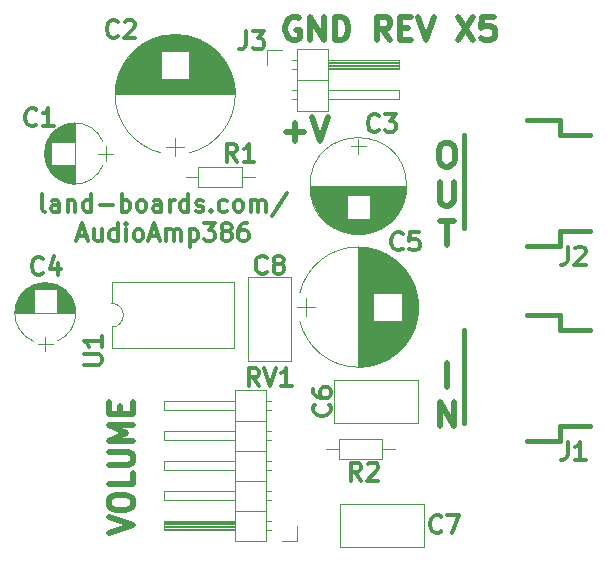
<source format=gbr>
G04 #@! TF.FileFunction,Legend,Top*
%FSLAX46Y46*%
G04 Gerber Fmt 4.6, Leading zero omitted, Abs format (unit mm)*
G04 Created by KiCad (PCBNEW (after 2015-mar-04 BZR unknown)-product) date 4/19/2017 3:39:58 PM*
%MOMM*%
G01*
G04 APERTURE LIST*
%ADD10C,0.150000*%
%ADD11C,0.500000*%
%ADD12C,0.375000*%
%ADD13C,0.120000*%
%ADD14C,0.381000*%
%ADD15C,0.304800*%
G04 APERTURE END LIST*
D10*
D11*
X32210476Y-2917162D02*
X31543809Y-1964781D01*
X31067618Y-2917162D02*
X31067618Y-917162D01*
X31829523Y-917162D01*
X32019999Y-1012400D01*
X32115238Y-1107638D01*
X32210476Y-1298114D01*
X32210476Y-1583829D01*
X32115238Y-1774305D01*
X32019999Y-1869543D01*
X31829523Y-1964781D01*
X31067618Y-1964781D01*
X33067618Y-1869543D02*
X33734285Y-1869543D01*
X34019999Y-2917162D02*
X33067618Y-2917162D01*
X33067618Y-917162D01*
X34019999Y-917162D01*
X34591428Y-917162D02*
X35258095Y-2917162D01*
X35924762Y-917162D01*
X37924762Y-917162D02*
X39258096Y-2917162D01*
X39258096Y-917162D02*
X37924762Y-2917162D01*
X40972381Y-917162D02*
X40020000Y-917162D01*
X39924762Y-1869543D01*
X40020000Y-1774305D01*
X40210477Y-1679067D01*
X40686667Y-1679067D01*
X40877143Y-1774305D01*
X40972381Y-1869543D01*
X41067620Y-2060019D01*
X41067620Y-2536210D01*
X40972381Y-2726686D01*
X40877143Y-2821924D01*
X40686667Y-2917162D01*
X40210477Y-2917162D01*
X40020000Y-2821924D01*
X39924762Y-2726686D01*
X24496191Y-1012400D02*
X24305714Y-917162D01*
X24020000Y-917162D01*
X23734286Y-1012400D01*
X23543810Y-1202876D01*
X23448571Y-1393352D01*
X23353333Y-1774305D01*
X23353333Y-2060019D01*
X23448571Y-2440971D01*
X23543810Y-2631448D01*
X23734286Y-2821924D01*
X24020000Y-2917162D01*
X24210476Y-2917162D01*
X24496191Y-2821924D01*
X24591429Y-2726686D01*
X24591429Y-2060019D01*
X24210476Y-2060019D01*
X25448571Y-2917162D02*
X25448571Y-917162D01*
X26591429Y-2917162D01*
X26591429Y-917162D01*
X27543809Y-2917162D02*
X27543809Y-917162D01*
X28020000Y-917162D01*
X28305714Y-1012400D01*
X28496190Y-1202876D01*
X28591429Y-1393352D01*
X28686667Y-1774305D01*
X28686667Y-2060019D01*
X28591429Y-2440971D01*
X28496190Y-2631448D01*
X28305714Y-2821924D01*
X28020000Y-2917162D01*
X27543809Y-2917162D01*
X8424762Y-44631448D02*
X10424762Y-43964781D01*
X8424762Y-43298114D01*
X8424762Y-42250495D02*
X8424762Y-41869543D01*
X8520000Y-41679067D01*
X8710476Y-41488590D01*
X9091429Y-41393352D01*
X9758095Y-41393352D01*
X10139048Y-41488590D01*
X10329524Y-41679067D01*
X10424762Y-41869543D01*
X10424762Y-42250495D01*
X10329524Y-42440971D01*
X10139048Y-42631448D01*
X9758095Y-42726686D01*
X9091429Y-42726686D01*
X8710476Y-42631448D01*
X8520000Y-42440971D01*
X8424762Y-42250495D01*
X10424762Y-39583829D02*
X10424762Y-40536210D01*
X8424762Y-40536210D01*
X8424762Y-38917162D02*
X10043810Y-38917162D01*
X10234286Y-38821923D01*
X10329524Y-38726685D01*
X10424762Y-38536209D01*
X10424762Y-38155257D01*
X10329524Y-37964781D01*
X10234286Y-37869542D01*
X10043810Y-37774304D01*
X8424762Y-37774304D01*
X10424762Y-36821924D02*
X8424762Y-36821924D01*
X9853333Y-36155257D01*
X8424762Y-35488590D01*
X10424762Y-35488590D01*
X9377143Y-34536210D02*
X9377143Y-33869543D01*
X10424762Y-33583829D02*
X10424762Y-34536210D01*
X8424762Y-34536210D01*
X8424762Y-33583829D01*
X23400952Y-10655257D02*
X24924762Y-10655257D01*
X24162857Y-11417162D02*
X24162857Y-9893352D01*
X25591428Y-9417162D02*
X26258095Y-11417162D01*
X26924762Y-9417162D01*
D12*
X2984286Y-17453471D02*
X2841428Y-17382043D01*
X2770000Y-17239186D01*
X2770000Y-15953471D01*
X4198571Y-17453471D02*
X4198571Y-16667757D01*
X4127142Y-16524900D01*
X3984285Y-16453471D01*
X3698571Y-16453471D01*
X3555714Y-16524900D01*
X4198571Y-17382043D02*
X4055714Y-17453471D01*
X3698571Y-17453471D01*
X3555714Y-17382043D01*
X3484285Y-17239186D01*
X3484285Y-17096329D01*
X3555714Y-16953471D01*
X3698571Y-16882043D01*
X4055714Y-16882043D01*
X4198571Y-16810614D01*
X4912857Y-16453471D02*
X4912857Y-17453471D01*
X4912857Y-16596329D02*
X4984285Y-16524900D01*
X5127143Y-16453471D01*
X5341428Y-16453471D01*
X5484285Y-16524900D01*
X5555714Y-16667757D01*
X5555714Y-17453471D01*
X6912857Y-17453471D02*
X6912857Y-15953471D01*
X6912857Y-17382043D02*
X6770000Y-17453471D01*
X6484286Y-17453471D01*
X6341428Y-17382043D01*
X6270000Y-17310614D01*
X6198571Y-17167757D01*
X6198571Y-16739186D01*
X6270000Y-16596329D01*
X6341428Y-16524900D01*
X6484286Y-16453471D01*
X6770000Y-16453471D01*
X6912857Y-16524900D01*
X7627143Y-16882043D02*
X8770000Y-16882043D01*
X9484286Y-17453471D02*
X9484286Y-15953471D01*
X9484286Y-16524900D02*
X9627143Y-16453471D01*
X9912857Y-16453471D01*
X10055714Y-16524900D01*
X10127143Y-16596329D01*
X10198572Y-16739186D01*
X10198572Y-17167757D01*
X10127143Y-17310614D01*
X10055714Y-17382043D01*
X9912857Y-17453471D01*
X9627143Y-17453471D01*
X9484286Y-17382043D01*
X11055715Y-17453471D02*
X10912857Y-17382043D01*
X10841429Y-17310614D01*
X10770000Y-17167757D01*
X10770000Y-16739186D01*
X10841429Y-16596329D01*
X10912857Y-16524900D01*
X11055715Y-16453471D01*
X11270000Y-16453471D01*
X11412857Y-16524900D01*
X11484286Y-16596329D01*
X11555715Y-16739186D01*
X11555715Y-17167757D01*
X11484286Y-17310614D01*
X11412857Y-17382043D01*
X11270000Y-17453471D01*
X11055715Y-17453471D01*
X12841429Y-17453471D02*
X12841429Y-16667757D01*
X12770000Y-16524900D01*
X12627143Y-16453471D01*
X12341429Y-16453471D01*
X12198572Y-16524900D01*
X12841429Y-17382043D02*
X12698572Y-17453471D01*
X12341429Y-17453471D01*
X12198572Y-17382043D01*
X12127143Y-17239186D01*
X12127143Y-17096329D01*
X12198572Y-16953471D01*
X12341429Y-16882043D01*
X12698572Y-16882043D01*
X12841429Y-16810614D01*
X13555715Y-17453471D02*
X13555715Y-16453471D01*
X13555715Y-16739186D02*
X13627143Y-16596329D01*
X13698572Y-16524900D01*
X13841429Y-16453471D01*
X13984286Y-16453471D01*
X15127143Y-17453471D02*
X15127143Y-15953471D01*
X15127143Y-17382043D02*
X14984286Y-17453471D01*
X14698572Y-17453471D01*
X14555714Y-17382043D01*
X14484286Y-17310614D01*
X14412857Y-17167757D01*
X14412857Y-16739186D01*
X14484286Y-16596329D01*
X14555714Y-16524900D01*
X14698572Y-16453471D01*
X14984286Y-16453471D01*
X15127143Y-16524900D01*
X15770000Y-17382043D02*
X15912857Y-17453471D01*
X16198572Y-17453471D01*
X16341429Y-17382043D01*
X16412857Y-17239186D01*
X16412857Y-17167757D01*
X16341429Y-17024900D01*
X16198572Y-16953471D01*
X15984286Y-16953471D01*
X15841429Y-16882043D01*
X15770000Y-16739186D01*
X15770000Y-16667757D01*
X15841429Y-16524900D01*
X15984286Y-16453471D01*
X16198572Y-16453471D01*
X16341429Y-16524900D01*
X17055715Y-17310614D02*
X17127143Y-17382043D01*
X17055715Y-17453471D01*
X16984286Y-17382043D01*
X17055715Y-17310614D01*
X17055715Y-17453471D01*
X18412858Y-17382043D02*
X18270001Y-17453471D01*
X17984287Y-17453471D01*
X17841429Y-17382043D01*
X17770001Y-17310614D01*
X17698572Y-17167757D01*
X17698572Y-16739186D01*
X17770001Y-16596329D01*
X17841429Y-16524900D01*
X17984287Y-16453471D01*
X18270001Y-16453471D01*
X18412858Y-16524900D01*
X19270001Y-17453471D02*
X19127143Y-17382043D01*
X19055715Y-17310614D01*
X18984286Y-17167757D01*
X18984286Y-16739186D01*
X19055715Y-16596329D01*
X19127143Y-16524900D01*
X19270001Y-16453471D01*
X19484286Y-16453471D01*
X19627143Y-16524900D01*
X19698572Y-16596329D01*
X19770001Y-16739186D01*
X19770001Y-17167757D01*
X19698572Y-17310614D01*
X19627143Y-17382043D01*
X19484286Y-17453471D01*
X19270001Y-17453471D01*
X20412858Y-17453471D02*
X20412858Y-16453471D01*
X20412858Y-16596329D02*
X20484286Y-16524900D01*
X20627144Y-16453471D01*
X20841429Y-16453471D01*
X20984286Y-16524900D01*
X21055715Y-16667757D01*
X21055715Y-17453471D01*
X21055715Y-16667757D02*
X21127144Y-16524900D01*
X21270001Y-16453471D01*
X21484286Y-16453471D01*
X21627144Y-16524900D01*
X21698572Y-16667757D01*
X21698572Y-17453471D01*
X23484286Y-15882043D02*
X22198572Y-17810614D01*
X5805715Y-19499900D02*
X6520001Y-19499900D01*
X5662858Y-19928471D02*
X6162858Y-18428471D01*
X6662858Y-19928471D01*
X7805715Y-18928471D02*
X7805715Y-19928471D01*
X7162858Y-18928471D02*
X7162858Y-19714186D01*
X7234286Y-19857043D01*
X7377144Y-19928471D01*
X7591429Y-19928471D01*
X7734286Y-19857043D01*
X7805715Y-19785614D01*
X9162858Y-19928471D02*
X9162858Y-18428471D01*
X9162858Y-19857043D02*
X9020001Y-19928471D01*
X8734287Y-19928471D01*
X8591429Y-19857043D01*
X8520001Y-19785614D01*
X8448572Y-19642757D01*
X8448572Y-19214186D01*
X8520001Y-19071329D01*
X8591429Y-18999900D01*
X8734287Y-18928471D01*
X9020001Y-18928471D01*
X9162858Y-18999900D01*
X9877144Y-19928471D02*
X9877144Y-18928471D01*
X9877144Y-18428471D02*
X9805715Y-18499900D01*
X9877144Y-18571329D01*
X9948572Y-18499900D01*
X9877144Y-18428471D01*
X9877144Y-18571329D01*
X10805716Y-19928471D02*
X10662858Y-19857043D01*
X10591430Y-19785614D01*
X10520001Y-19642757D01*
X10520001Y-19214186D01*
X10591430Y-19071329D01*
X10662858Y-18999900D01*
X10805716Y-18928471D01*
X11020001Y-18928471D01*
X11162858Y-18999900D01*
X11234287Y-19071329D01*
X11305716Y-19214186D01*
X11305716Y-19642757D01*
X11234287Y-19785614D01*
X11162858Y-19857043D01*
X11020001Y-19928471D01*
X10805716Y-19928471D01*
X11877144Y-19499900D02*
X12591430Y-19499900D01*
X11734287Y-19928471D02*
X12234287Y-18428471D01*
X12734287Y-19928471D01*
X13234287Y-19928471D02*
X13234287Y-18928471D01*
X13234287Y-19071329D02*
X13305715Y-18999900D01*
X13448573Y-18928471D01*
X13662858Y-18928471D01*
X13805715Y-18999900D01*
X13877144Y-19142757D01*
X13877144Y-19928471D01*
X13877144Y-19142757D02*
X13948573Y-18999900D01*
X14091430Y-18928471D01*
X14305715Y-18928471D01*
X14448573Y-18999900D01*
X14520001Y-19142757D01*
X14520001Y-19928471D01*
X15234287Y-18928471D02*
X15234287Y-20428471D01*
X15234287Y-18999900D02*
X15377144Y-18928471D01*
X15662858Y-18928471D01*
X15805715Y-18999900D01*
X15877144Y-19071329D01*
X15948573Y-19214186D01*
X15948573Y-19642757D01*
X15877144Y-19785614D01*
X15805715Y-19857043D01*
X15662858Y-19928471D01*
X15377144Y-19928471D01*
X15234287Y-19857043D01*
X16448573Y-18428471D02*
X17377144Y-18428471D01*
X16877144Y-18999900D01*
X17091430Y-18999900D01*
X17234287Y-19071329D01*
X17305716Y-19142757D01*
X17377144Y-19285614D01*
X17377144Y-19642757D01*
X17305716Y-19785614D01*
X17234287Y-19857043D01*
X17091430Y-19928471D01*
X16662858Y-19928471D01*
X16520001Y-19857043D01*
X16448573Y-19785614D01*
X18234287Y-19071329D02*
X18091429Y-18999900D01*
X18020001Y-18928471D01*
X17948572Y-18785614D01*
X17948572Y-18714186D01*
X18020001Y-18571329D01*
X18091429Y-18499900D01*
X18234287Y-18428471D01*
X18520001Y-18428471D01*
X18662858Y-18499900D01*
X18734287Y-18571329D01*
X18805715Y-18714186D01*
X18805715Y-18785614D01*
X18734287Y-18928471D01*
X18662858Y-18999900D01*
X18520001Y-19071329D01*
X18234287Y-19071329D01*
X18091429Y-19142757D01*
X18020001Y-19214186D01*
X17948572Y-19357043D01*
X17948572Y-19642757D01*
X18020001Y-19785614D01*
X18091429Y-19857043D01*
X18234287Y-19928471D01*
X18520001Y-19928471D01*
X18662858Y-19857043D01*
X18734287Y-19785614D01*
X18805715Y-19642757D01*
X18805715Y-19357043D01*
X18734287Y-19214186D01*
X18662858Y-19142757D01*
X18520001Y-19071329D01*
X20091429Y-18428471D02*
X19805715Y-18428471D01*
X19662858Y-18499900D01*
X19591429Y-18571329D01*
X19448572Y-18785614D01*
X19377143Y-19071329D01*
X19377143Y-19642757D01*
X19448572Y-19785614D01*
X19520000Y-19857043D01*
X19662858Y-19928471D01*
X19948572Y-19928471D01*
X20091429Y-19857043D01*
X20162858Y-19785614D01*
X20234286Y-19642757D01*
X20234286Y-19285614D01*
X20162858Y-19142757D01*
X20091429Y-19071329D01*
X19948572Y-18999900D01*
X19662858Y-18999900D01*
X19520000Y-19071329D01*
X19448572Y-19142757D01*
X19377143Y-19285614D01*
D11*
X36829524Y-11617162D02*
X37210476Y-11617162D01*
X37400952Y-11712400D01*
X37591429Y-11902876D01*
X37686667Y-12283829D01*
X37686667Y-12950495D01*
X37591429Y-13331448D01*
X37400952Y-13521924D01*
X37210476Y-13617162D01*
X36829524Y-13617162D01*
X36639048Y-13521924D01*
X36448571Y-13331448D01*
X36353333Y-12950495D01*
X36353333Y-12283829D01*
X36448571Y-11902876D01*
X36639048Y-11712400D01*
X36829524Y-11617162D01*
X36448571Y-14917162D02*
X36448571Y-16536210D01*
X36543810Y-16726686D01*
X36639048Y-16821924D01*
X36829524Y-16917162D01*
X37210476Y-16917162D01*
X37400952Y-16821924D01*
X37496191Y-16726686D01*
X37591429Y-16536210D01*
X37591429Y-14917162D01*
X36448571Y-18217162D02*
X37591428Y-18217162D01*
X37020000Y-20217162D02*
X37020000Y-18217162D01*
X37020000Y-32267162D02*
X37020000Y-30267162D01*
X36448571Y-35567162D02*
X36448571Y-33567162D01*
X37591429Y-35567162D01*
X37591429Y-33567162D01*
D13*
X12840806Y-2560875D02*
G75*
G03X12840000Y-12463733I1179194J-4951525D01*
G01*
X15199194Y-2560875D02*
G75*
G02X15200000Y-12463733I-1179194J-4951525D01*
G01*
X15199194Y-2560875D02*
G75*
G03X12840000Y-2561067I-1179194J-4951525D01*
G01*
X8970000Y-7512400D02*
X19070000Y-7512400D01*
X8970000Y-7472400D02*
X19070000Y-7472400D01*
X8970000Y-7432400D02*
X19070000Y-7432400D01*
X8971000Y-7392400D02*
X19069000Y-7392400D01*
X8972000Y-7352400D02*
X19068000Y-7352400D01*
X8973000Y-7312400D02*
X19067000Y-7312400D01*
X8975000Y-7272400D02*
X19065000Y-7272400D01*
X8977000Y-7232400D02*
X19063000Y-7232400D01*
X8980000Y-7192400D02*
X19060000Y-7192400D01*
X8982000Y-7152400D02*
X19058000Y-7152400D01*
X8985000Y-7112400D02*
X19055000Y-7112400D01*
X8989000Y-7072400D02*
X19051000Y-7072400D01*
X8992000Y-7032400D02*
X19048000Y-7032400D01*
X8996000Y-6992400D02*
X19044000Y-6992400D01*
X9000000Y-6952400D02*
X19040000Y-6952400D01*
X9005000Y-6912400D02*
X19035000Y-6912400D01*
X9010000Y-6872400D02*
X19030000Y-6872400D01*
X9015000Y-6832400D02*
X19025000Y-6832400D01*
X9021000Y-6791400D02*
X19019000Y-6791400D01*
X9027000Y-6751400D02*
X19013000Y-6751400D01*
X9033000Y-6711400D02*
X19007000Y-6711400D01*
X9039000Y-6671400D02*
X19001000Y-6671400D01*
X9046000Y-6631400D02*
X18994000Y-6631400D01*
X9053000Y-6591400D02*
X18987000Y-6591400D01*
X9061000Y-6551400D02*
X18979000Y-6551400D01*
X9069000Y-6511400D02*
X18971000Y-6511400D01*
X9077000Y-6471400D02*
X18963000Y-6471400D01*
X9085000Y-6431400D02*
X18955000Y-6431400D01*
X9094000Y-6391400D02*
X18946000Y-6391400D01*
X9103000Y-6351400D02*
X18937000Y-6351400D01*
X9113000Y-6311400D02*
X18927000Y-6311400D01*
X9123000Y-6271400D02*
X18917000Y-6271400D01*
X9133000Y-6231400D02*
X18907000Y-6231400D01*
X9144000Y-6191400D02*
X12839000Y-6191400D01*
X15201000Y-6191400D02*
X18896000Y-6191400D01*
X9155000Y-6151400D02*
X12839000Y-6151400D01*
X15201000Y-6151400D02*
X18885000Y-6151400D01*
X9166000Y-6111400D02*
X12839000Y-6111400D01*
X15201000Y-6111400D02*
X18874000Y-6111400D01*
X9177000Y-6071400D02*
X12839000Y-6071400D01*
X15201000Y-6071400D02*
X18863000Y-6071400D01*
X9189000Y-6031400D02*
X12839000Y-6031400D01*
X15201000Y-6031400D02*
X18851000Y-6031400D01*
X9202000Y-5991400D02*
X12839000Y-5991400D01*
X15201000Y-5991400D02*
X18838000Y-5991400D01*
X9214000Y-5951400D02*
X12839000Y-5951400D01*
X15201000Y-5951400D02*
X18826000Y-5951400D01*
X9228000Y-5911400D02*
X12839000Y-5911400D01*
X15201000Y-5911400D02*
X18812000Y-5911400D01*
X9241000Y-5871400D02*
X12839000Y-5871400D01*
X15201000Y-5871400D02*
X18799000Y-5871400D01*
X9255000Y-5831400D02*
X12839000Y-5831400D01*
X15201000Y-5831400D02*
X18785000Y-5831400D01*
X9269000Y-5791400D02*
X12839000Y-5791400D01*
X15201000Y-5791400D02*
X18771000Y-5791400D01*
X9283000Y-5751400D02*
X12839000Y-5751400D01*
X15201000Y-5751400D02*
X18757000Y-5751400D01*
X9298000Y-5711400D02*
X12839000Y-5711400D01*
X15201000Y-5711400D02*
X18742000Y-5711400D01*
X9314000Y-5671400D02*
X12839000Y-5671400D01*
X15201000Y-5671400D02*
X18726000Y-5671400D01*
X9329000Y-5631400D02*
X12839000Y-5631400D01*
X15201000Y-5631400D02*
X18711000Y-5631400D01*
X9346000Y-5591400D02*
X12839000Y-5591400D01*
X15201000Y-5591400D02*
X18694000Y-5591400D01*
X9362000Y-5551400D02*
X12839000Y-5551400D01*
X15201000Y-5551400D02*
X18678000Y-5551400D01*
X9379000Y-5511400D02*
X12839000Y-5511400D01*
X15201000Y-5511400D02*
X18661000Y-5511400D01*
X9396000Y-5471400D02*
X12839000Y-5471400D01*
X15201000Y-5471400D02*
X18644000Y-5471400D01*
X9414000Y-5431400D02*
X12839000Y-5431400D01*
X15201000Y-5431400D02*
X18626000Y-5431400D01*
X9432000Y-5391400D02*
X12839000Y-5391400D01*
X15201000Y-5391400D02*
X18608000Y-5391400D01*
X9451000Y-5351400D02*
X12839000Y-5351400D01*
X15201000Y-5351400D02*
X18589000Y-5351400D01*
X9470000Y-5311400D02*
X12839000Y-5311400D01*
X15201000Y-5311400D02*
X18570000Y-5311400D01*
X9489000Y-5271400D02*
X12839000Y-5271400D01*
X15201000Y-5271400D02*
X18551000Y-5271400D01*
X9509000Y-5231400D02*
X12839000Y-5231400D01*
X15201000Y-5231400D02*
X18531000Y-5231400D01*
X9529000Y-5191400D02*
X12839000Y-5191400D01*
X15201000Y-5191400D02*
X18511000Y-5191400D01*
X9550000Y-5151400D02*
X12839000Y-5151400D01*
X15201000Y-5151400D02*
X18490000Y-5151400D01*
X9571000Y-5111400D02*
X12839000Y-5111400D01*
X15201000Y-5111400D02*
X18469000Y-5111400D01*
X9592000Y-5071400D02*
X12839000Y-5071400D01*
X15201000Y-5071400D02*
X18448000Y-5071400D01*
X9615000Y-5031400D02*
X12839000Y-5031400D01*
X15201000Y-5031400D02*
X18425000Y-5031400D01*
X9637000Y-4991400D02*
X12839000Y-4991400D01*
X15201000Y-4991400D02*
X18403000Y-4991400D01*
X9660000Y-4951400D02*
X12839000Y-4951400D01*
X15201000Y-4951400D02*
X18380000Y-4951400D01*
X9684000Y-4911400D02*
X12839000Y-4911400D01*
X15201000Y-4911400D02*
X18356000Y-4911400D01*
X9708000Y-4871400D02*
X12839000Y-4871400D01*
X15201000Y-4871400D02*
X18332000Y-4871400D01*
X9732000Y-4831400D02*
X12839000Y-4831400D01*
X15201000Y-4831400D02*
X18308000Y-4831400D01*
X9757000Y-4791400D02*
X12839000Y-4791400D01*
X15201000Y-4791400D02*
X18283000Y-4791400D01*
X9783000Y-4751400D02*
X12839000Y-4751400D01*
X15201000Y-4751400D02*
X18257000Y-4751400D01*
X9809000Y-4711400D02*
X12839000Y-4711400D01*
X15201000Y-4711400D02*
X18231000Y-4711400D01*
X9835000Y-4671400D02*
X12839000Y-4671400D01*
X15201000Y-4671400D02*
X18205000Y-4671400D01*
X9863000Y-4631400D02*
X12839000Y-4631400D01*
X15201000Y-4631400D02*
X18177000Y-4631400D01*
X9890000Y-4591400D02*
X12839000Y-4591400D01*
X15201000Y-4591400D02*
X18150000Y-4591400D01*
X9919000Y-4551400D02*
X12839000Y-4551400D01*
X15201000Y-4551400D02*
X18121000Y-4551400D01*
X9948000Y-4511400D02*
X12839000Y-4511400D01*
X15201000Y-4511400D02*
X18092000Y-4511400D01*
X9977000Y-4471400D02*
X12839000Y-4471400D01*
X15201000Y-4471400D02*
X18063000Y-4471400D01*
X10007000Y-4431400D02*
X12839000Y-4431400D01*
X15201000Y-4431400D02*
X18033000Y-4431400D01*
X10038000Y-4391400D02*
X12839000Y-4391400D01*
X15201000Y-4391400D02*
X18002000Y-4391400D01*
X10069000Y-4351400D02*
X12839000Y-4351400D01*
X15201000Y-4351400D02*
X17971000Y-4351400D01*
X10101000Y-4311400D02*
X12839000Y-4311400D01*
X15201000Y-4311400D02*
X17939000Y-4311400D01*
X10134000Y-4271400D02*
X12839000Y-4271400D01*
X15201000Y-4271400D02*
X17906000Y-4271400D01*
X10167000Y-4231400D02*
X12839000Y-4231400D01*
X15201000Y-4231400D02*
X17873000Y-4231400D01*
X10201000Y-4191400D02*
X12839000Y-4191400D01*
X15201000Y-4191400D02*
X17839000Y-4191400D01*
X10236000Y-4151400D02*
X12839000Y-4151400D01*
X15201000Y-4151400D02*
X17804000Y-4151400D01*
X10272000Y-4111400D02*
X12839000Y-4111400D01*
X15201000Y-4111400D02*
X17768000Y-4111400D01*
X10308000Y-4071400D02*
X12839000Y-4071400D01*
X15201000Y-4071400D02*
X17732000Y-4071400D01*
X10345000Y-4031400D02*
X12839000Y-4031400D01*
X15201000Y-4031400D02*
X17695000Y-4031400D01*
X10383000Y-3991400D02*
X12839000Y-3991400D01*
X15201000Y-3991400D02*
X17657000Y-3991400D01*
X10422000Y-3951400D02*
X12839000Y-3951400D01*
X15201000Y-3951400D02*
X17618000Y-3951400D01*
X10461000Y-3911400D02*
X12839000Y-3911400D01*
X15201000Y-3911400D02*
X17579000Y-3911400D01*
X10502000Y-3871400D02*
X12839000Y-3871400D01*
X15201000Y-3871400D02*
X17538000Y-3871400D01*
X10543000Y-3831400D02*
X17497000Y-3831400D01*
X10585000Y-3791400D02*
X17455000Y-3791400D01*
X10629000Y-3751400D02*
X17411000Y-3751400D01*
X10673000Y-3711400D02*
X17367000Y-3711400D01*
X10718000Y-3671400D02*
X17322000Y-3671400D01*
X10765000Y-3631400D02*
X17275000Y-3631400D01*
X10813000Y-3591400D02*
X17227000Y-3591400D01*
X10862000Y-3551400D02*
X17178000Y-3551400D01*
X10912000Y-3511400D02*
X17128000Y-3511400D01*
X10963000Y-3471400D02*
X17077000Y-3471400D01*
X11016000Y-3431400D02*
X17024000Y-3431400D01*
X11071000Y-3391400D02*
X16969000Y-3391400D01*
X11126000Y-3351400D02*
X16914000Y-3351400D01*
X11184000Y-3311400D02*
X16856000Y-3311400D01*
X11243000Y-3271400D02*
X16797000Y-3271400D01*
X11305000Y-3231400D02*
X16735000Y-3231400D01*
X11368000Y-3191400D02*
X16672000Y-3191400D01*
X11433000Y-3151400D02*
X16607000Y-3151400D01*
X11501000Y-3111400D02*
X16539000Y-3111400D01*
X11571000Y-3071400D02*
X16469000Y-3071400D01*
X11643000Y-3031400D02*
X16397000Y-3031400D01*
X11719000Y-2991400D02*
X16321000Y-2991400D01*
X11798000Y-2951400D02*
X16242000Y-2951400D01*
X11880000Y-2911400D02*
X16160000Y-2911400D01*
X11967000Y-2871400D02*
X16073000Y-2871400D01*
X12058000Y-2831400D02*
X15982000Y-2831400D01*
X12154000Y-2791400D02*
X15886000Y-2791400D01*
X12257000Y-2751400D02*
X15783000Y-2751400D01*
X12366000Y-2711400D02*
X15674000Y-2711400D01*
X12484000Y-2671400D02*
X15556000Y-2671400D01*
X12613000Y-2631400D02*
X15427000Y-2631400D01*
X12755000Y-2591400D02*
X15285000Y-2591400D01*
X12916000Y-2551400D02*
X15124000Y-2551400D01*
X13107000Y-2511400D02*
X14933000Y-2511400D01*
X13348000Y-2471400D02*
X14692000Y-2471400D01*
X13741000Y-2431400D02*
X14299000Y-2431400D01*
X14020000Y-12712400D02*
X14020000Y-11212400D01*
X13270000Y-11962400D02*
X14770000Y-11962400D01*
X33610000Y-15262400D02*
G75*
G03X33610000Y-15262400I-4090000J0D01*
G01*
X33570000Y-15262400D02*
X25470000Y-15262400D01*
X33570000Y-15302400D02*
X25470000Y-15302400D01*
X33570000Y-15342400D02*
X25470000Y-15342400D01*
X33569000Y-15382400D02*
X25471000Y-15382400D01*
X33567000Y-15422400D02*
X25473000Y-15422400D01*
X33566000Y-15462400D02*
X25474000Y-15462400D01*
X33563000Y-15502400D02*
X25477000Y-15502400D01*
X33561000Y-15542400D02*
X25479000Y-15542400D01*
X33558000Y-15582400D02*
X25482000Y-15582400D01*
X33555000Y-15622400D02*
X25485000Y-15622400D01*
X33551000Y-15662400D02*
X25489000Y-15662400D01*
X33547000Y-15702400D02*
X25493000Y-15702400D01*
X33542000Y-15742400D02*
X25498000Y-15742400D01*
X33537000Y-15782400D02*
X25503000Y-15782400D01*
X33532000Y-15822400D02*
X25508000Y-15822400D01*
X33526000Y-15862400D02*
X25514000Y-15862400D01*
X33520000Y-15902400D02*
X25520000Y-15902400D01*
X33514000Y-15942400D02*
X25526000Y-15942400D01*
X33507000Y-15983400D02*
X25533000Y-15983400D01*
X33499000Y-16023400D02*
X25541000Y-16023400D01*
X33491000Y-16063400D02*
X30500000Y-16063400D01*
X28540000Y-16063400D02*
X25549000Y-16063400D01*
X33483000Y-16103400D02*
X30500000Y-16103400D01*
X28540000Y-16103400D02*
X25557000Y-16103400D01*
X33475000Y-16143400D02*
X30500000Y-16143400D01*
X28540000Y-16143400D02*
X25565000Y-16143400D01*
X33466000Y-16183400D02*
X30500000Y-16183400D01*
X28540000Y-16183400D02*
X25574000Y-16183400D01*
X33456000Y-16223400D02*
X30500000Y-16223400D01*
X28540000Y-16223400D02*
X25584000Y-16223400D01*
X33446000Y-16263400D02*
X30500000Y-16263400D01*
X28540000Y-16263400D02*
X25594000Y-16263400D01*
X33436000Y-16303400D02*
X30500000Y-16303400D01*
X28540000Y-16303400D02*
X25604000Y-16303400D01*
X33425000Y-16343400D02*
X30500000Y-16343400D01*
X28540000Y-16343400D02*
X25615000Y-16343400D01*
X33414000Y-16383400D02*
X30500000Y-16383400D01*
X28540000Y-16383400D02*
X25626000Y-16383400D01*
X33403000Y-16423400D02*
X30500000Y-16423400D01*
X28540000Y-16423400D02*
X25637000Y-16423400D01*
X33390000Y-16463400D02*
X30500000Y-16463400D01*
X28540000Y-16463400D02*
X25650000Y-16463400D01*
X33378000Y-16503400D02*
X30500000Y-16503400D01*
X28540000Y-16503400D02*
X25662000Y-16503400D01*
X33365000Y-16543400D02*
X30500000Y-16543400D01*
X28540000Y-16543400D02*
X25675000Y-16543400D01*
X33352000Y-16583400D02*
X30500000Y-16583400D01*
X28540000Y-16583400D02*
X25688000Y-16583400D01*
X33338000Y-16623400D02*
X30500000Y-16623400D01*
X28540000Y-16623400D02*
X25702000Y-16623400D01*
X33323000Y-16663400D02*
X30500000Y-16663400D01*
X28540000Y-16663400D02*
X25717000Y-16663400D01*
X33309000Y-16703400D02*
X30500000Y-16703400D01*
X28540000Y-16703400D02*
X25731000Y-16703400D01*
X33293000Y-16743400D02*
X30500000Y-16743400D01*
X28540000Y-16743400D02*
X25747000Y-16743400D01*
X33278000Y-16783400D02*
X30500000Y-16783400D01*
X28540000Y-16783400D02*
X25762000Y-16783400D01*
X33261000Y-16823400D02*
X30500000Y-16823400D01*
X28540000Y-16823400D02*
X25779000Y-16823400D01*
X33245000Y-16863400D02*
X30500000Y-16863400D01*
X28540000Y-16863400D02*
X25795000Y-16863400D01*
X33227000Y-16903400D02*
X30500000Y-16903400D01*
X28540000Y-16903400D02*
X25813000Y-16903400D01*
X33210000Y-16943400D02*
X30500000Y-16943400D01*
X28540000Y-16943400D02*
X25830000Y-16943400D01*
X33191000Y-16983400D02*
X30500000Y-16983400D01*
X28540000Y-16983400D02*
X25849000Y-16983400D01*
X33172000Y-17023400D02*
X30500000Y-17023400D01*
X28540000Y-17023400D02*
X25868000Y-17023400D01*
X33153000Y-17063400D02*
X30500000Y-17063400D01*
X28540000Y-17063400D02*
X25887000Y-17063400D01*
X33133000Y-17103400D02*
X30500000Y-17103400D01*
X28540000Y-17103400D02*
X25907000Y-17103400D01*
X33113000Y-17143400D02*
X30500000Y-17143400D01*
X28540000Y-17143400D02*
X25927000Y-17143400D01*
X33092000Y-17183400D02*
X30500000Y-17183400D01*
X28540000Y-17183400D02*
X25948000Y-17183400D01*
X33070000Y-17223400D02*
X30500000Y-17223400D01*
X28540000Y-17223400D02*
X25970000Y-17223400D01*
X33048000Y-17263400D02*
X30500000Y-17263400D01*
X28540000Y-17263400D02*
X25992000Y-17263400D01*
X33025000Y-17303400D02*
X30500000Y-17303400D01*
X28540000Y-17303400D02*
X26015000Y-17303400D01*
X33002000Y-17343400D02*
X30500000Y-17343400D01*
X28540000Y-17343400D02*
X26038000Y-17343400D01*
X32978000Y-17383400D02*
X30500000Y-17383400D01*
X28540000Y-17383400D02*
X26062000Y-17383400D01*
X32954000Y-17423400D02*
X30500000Y-17423400D01*
X28540000Y-17423400D02*
X26086000Y-17423400D01*
X32928000Y-17463400D02*
X30500000Y-17463400D01*
X28540000Y-17463400D02*
X26112000Y-17463400D01*
X32903000Y-17503400D02*
X30500000Y-17503400D01*
X28540000Y-17503400D02*
X26137000Y-17503400D01*
X32876000Y-17543400D02*
X30500000Y-17543400D01*
X28540000Y-17543400D02*
X26164000Y-17543400D01*
X32849000Y-17583400D02*
X30500000Y-17583400D01*
X28540000Y-17583400D02*
X26191000Y-17583400D01*
X32821000Y-17623400D02*
X30500000Y-17623400D01*
X28540000Y-17623400D02*
X26219000Y-17623400D01*
X32792000Y-17663400D02*
X30500000Y-17663400D01*
X28540000Y-17663400D02*
X26248000Y-17663400D01*
X32763000Y-17703400D02*
X30500000Y-17703400D01*
X28540000Y-17703400D02*
X26277000Y-17703400D01*
X32733000Y-17743400D02*
X30500000Y-17743400D01*
X28540000Y-17743400D02*
X26307000Y-17743400D01*
X32702000Y-17783400D02*
X30500000Y-17783400D01*
X28540000Y-17783400D02*
X26338000Y-17783400D01*
X32670000Y-17823400D02*
X30500000Y-17823400D01*
X28540000Y-17823400D02*
X26370000Y-17823400D01*
X32638000Y-17863400D02*
X30500000Y-17863400D01*
X28540000Y-17863400D02*
X26402000Y-17863400D01*
X32604000Y-17903400D02*
X30500000Y-17903400D01*
X28540000Y-17903400D02*
X26436000Y-17903400D01*
X32570000Y-17943400D02*
X30500000Y-17943400D01*
X28540000Y-17943400D02*
X26470000Y-17943400D01*
X32535000Y-17983400D02*
X30500000Y-17983400D01*
X28540000Y-17983400D02*
X26505000Y-17983400D01*
X32499000Y-18023400D02*
X26541000Y-18023400D01*
X32462000Y-18063400D02*
X26578000Y-18063400D01*
X32424000Y-18103400D02*
X26616000Y-18103400D01*
X32385000Y-18143400D02*
X26655000Y-18143400D01*
X32344000Y-18183400D02*
X26696000Y-18183400D01*
X32303000Y-18223400D02*
X26737000Y-18223400D01*
X32260000Y-18263400D02*
X26780000Y-18263400D01*
X32217000Y-18303400D02*
X26823000Y-18303400D01*
X32172000Y-18343400D02*
X26868000Y-18343400D01*
X32125000Y-18383400D02*
X26915000Y-18383400D01*
X32077000Y-18423400D02*
X26963000Y-18423400D01*
X32028000Y-18463400D02*
X27012000Y-18463400D01*
X31977000Y-18503400D02*
X27063000Y-18503400D01*
X31924000Y-18543400D02*
X27116000Y-18543400D01*
X31869000Y-18583400D02*
X27171000Y-18583400D01*
X31813000Y-18623400D02*
X27227000Y-18623400D01*
X31754000Y-18663400D02*
X27286000Y-18663400D01*
X31693000Y-18703400D02*
X27347000Y-18703400D01*
X31629000Y-18743400D02*
X27411000Y-18743400D01*
X31563000Y-18783400D02*
X27477000Y-18783400D01*
X31494000Y-18823400D02*
X27546000Y-18823400D01*
X31422000Y-18863400D02*
X27618000Y-18863400D01*
X31346000Y-18903400D02*
X27694000Y-18903400D01*
X31265000Y-18943400D02*
X27775000Y-18943400D01*
X31180000Y-18983400D02*
X27860000Y-18983400D01*
X31090000Y-19023400D02*
X27950000Y-19023400D01*
X30993000Y-19063400D02*
X28047000Y-19063400D01*
X30889000Y-19103400D02*
X28151000Y-19103400D01*
X30774000Y-19143400D02*
X28266000Y-19143400D01*
X30647000Y-19183400D02*
X28393000Y-19183400D01*
X30503000Y-19223400D02*
X28537000Y-19223400D01*
X30334000Y-19263400D02*
X28706000Y-19263400D01*
X30118000Y-19303400D02*
X28922000Y-19303400D01*
X29766000Y-19343400D02*
X29274000Y-19343400D01*
X29520000Y-11312400D02*
X29520000Y-12512400D01*
X30170000Y-11912400D02*
X28870000Y-11912400D01*
X2038600Y-23615537D02*
G75*
G03X2040000Y-28409836I981400J-2396863D01*
G01*
X4001400Y-23615537D02*
G75*
G02X4000000Y-28409836I-981400J-2396863D01*
G01*
X4001400Y-23615537D02*
G75*
G03X2040000Y-23614964I-981400J-2396863D01*
G01*
X470000Y-26012400D02*
X5570000Y-26012400D01*
X470000Y-25972400D02*
X2040000Y-25972400D01*
X4000000Y-25972400D02*
X5570000Y-25972400D01*
X471000Y-25932400D02*
X2040000Y-25932400D01*
X4000000Y-25932400D02*
X5569000Y-25932400D01*
X472000Y-25892400D02*
X2040000Y-25892400D01*
X4000000Y-25892400D02*
X5568000Y-25892400D01*
X474000Y-25852400D02*
X2040000Y-25852400D01*
X4000000Y-25852400D02*
X5566000Y-25852400D01*
X477000Y-25812400D02*
X2040000Y-25812400D01*
X4000000Y-25812400D02*
X5563000Y-25812400D01*
X481000Y-25772400D02*
X2040000Y-25772400D01*
X4000000Y-25772400D02*
X5559000Y-25772400D01*
X485000Y-25732400D02*
X2040000Y-25732400D01*
X4000000Y-25732400D02*
X5555000Y-25732400D01*
X489000Y-25692400D02*
X2040000Y-25692400D01*
X4000000Y-25692400D02*
X5551000Y-25692400D01*
X495000Y-25652400D02*
X2040000Y-25652400D01*
X4000000Y-25652400D02*
X5545000Y-25652400D01*
X501000Y-25612400D02*
X2040000Y-25612400D01*
X4000000Y-25612400D02*
X5539000Y-25612400D01*
X507000Y-25572400D02*
X2040000Y-25572400D01*
X4000000Y-25572400D02*
X5533000Y-25572400D01*
X514000Y-25532400D02*
X2040000Y-25532400D01*
X4000000Y-25532400D02*
X5526000Y-25532400D01*
X522000Y-25492400D02*
X2040000Y-25492400D01*
X4000000Y-25492400D02*
X5518000Y-25492400D01*
X531000Y-25452400D02*
X2040000Y-25452400D01*
X4000000Y-25452400D02*
X5509000Y-25452400D01*
X540000Y-25412400D02*
X2040000Y-25412400D01*
X4000000Y-25412400D02*
X5500000Y-25412400D01*
X550000Y-25372400D02*
X2040000Y-25372400D01*
X4000000Y-25372400D02*
X5490000Y-25372400D01*
X560000Y-25332400D02*
X2040000Y-25332400D01*
X4000000Y-25332400D02*
X5480000Y-25332400D01*
X572000Y-25291400D02*
X2040000Y-25291400D01*
X4000000Y-25291400D02*
X5468000Y-25291400D01*
X584000Y-25251400D02*
X2040000Y-25251400D01*
X4000000Y-25251400D02*
X5456000Y-25251400D01*
X596000Y-25211400D02*
X2040000Y-25211400D01*
X4000000Y-25211400D02*
X5444000Y-25211400D01*
X610000Y-25171400D02*
X2040000Y-25171400D01*
X4000000Y-25171400D02*
X5430000Y-25171400D01*
X624000Y-25131400D02*
X2040000Y-25131400D01*
X4000000Y-25131400D02*
X5416000Y-25131400D01*
X638000Y-25091400D02*
X2040000Y-25091400D01*
X4000000Y-25091400D02*
X5402000Y-25091400D01*
X654000Y-25051400D02*
X2040000Y-25051400D01*
X4000000Y-25051400D02*
X5386000Y-25051400D01*
X670000Y-25011400D02*
X2040000Y-25011400D01*
X4000000Y-25011400D02*
X5370000Y-25011400D01*
X687000Y-24971400D02*
X2040000Y-24971400D01*
X4000000Y-24971400D02*
X5353000Y-24971400D01*
X705000Y-24931400D02*
X2040000Y-24931400D01*
X4000000Y-24931400D02*
X5335000Y-24931400D01*
X724000Y-24891400D02*
X2040000Y-24891400D01*
X4000000Y-24891400D02*
X5316000Y-24891400D01*
X744000Y-24851400D02*
X2040000Y-24851400D01*
X4000000Y-24851400D02*
X5296000Y-24851400D01*
X764000Y-24811400D02*
X2040000Y-24811400D01*
X4000000Y-24811400D02*
X5276000Y-24811400D01*
X786000Y-24771400D02*
X2040000Y-24771400D01*
X4000000Y-24771400D02*
X5254000Y-24771400D01*
X808000Y-24731400D02*
X2040000Y-24731400D01*
X4000000Y-24731400D02*
X5232000Y-24731400D01*
X831000Y-24691400D02*
X2040000Y-24691400D01*
X4000000Y-24691400D02*
X5209000Y-24691400D01*
X855000Y-24651400D02*
X2040000Y-24651400D01*
X4000000Y-24651400D02*
X5185000Y-24651400D01*
X880000Y-24611400D02*
X2040000Y-24611400D01*
X4000000Y-24611400D02*
X5160000Y-24611400D01*
X907000Y-24571400D02*
X2040000Y-24571400D01*
X4000000Y-24571400D02*
X5133000Y-24571400D01*
X934000Y-24531400D02*
X2040000Y-24531400D01*
X4000000Y-24531400D02*
X5106000Y-24531400D01*
X962000Y-24491400D02*
X2040000Y-24491400D01*
X4000000Y-24491400D02*
X5078000Y-24491400D01*
X992000Y-24451400D02*
X2040000Y-24451400D01*
X4000000Y-24451400D02*
X5048000Y-24451400D01*
X1023000Y-24411400D02*
X2040000Y-24411400D01*
X4000000Y-24411400D02*
X5017000Y-24411400D01*
X1055000Y-24371400D02*
X2040000Y-24371400D01*
X4000000Y-24371400D02*
X4985000Y-24371400D01*
X1088000Y-24331400D02*
X2040000Y-24331400D01*
X4000000Y-24331400D02*
X4952000Y-24331400D01*
X1123000Y-24291400D02*
X2040000Y-24291400D01*
X4000000Y-24291400D02*
X4917000Y-24291400D01*
X1159000Y-24251400D02*
X2040000Y-24251400D01*
X4000000Y-24251400D02*
X4881000Y-24251400D01*
X1197000Y-24211400D02*
X2040000Y-24211400D01*
X4000000Y-24211400D02*
X4843000Y-24211400D01*
X1237000Y-24171400D02*
X2040000Y-24171400D01*
X4000000Y-24171400D02*
X4803000Y-24171400D01*
X1278000Y-24131400D02*
X2040000Y-24131400D01*
X4000000Y-24131400D02*
X4762000Y-24131400D01*
X1321000Y-24091400D02*
X2040000Y-24091400D01*
X4000000Y-24091400D02*
X4719000Y-24091400D01*
X1366000Y-24051400D02*
X2040000Y-24051400D01*
X4000000Y-24051400D02*
X4674000Y-24051400D01*
X1414000Y-24011400D02*
X4626000Y-24011400D01*
X1464000Y-23971400D02*
X4576000Y-23971400D01*
X1516000Y-23931400D02*
X4524000Y-23931400D01*
X1572000Y-23891400D02*
X4468000Y-23891400D01*
X1630000Y-23851400D02*
X4410000Y-23851400D01*
X1693000Y-23811400D02*
X4347000Y-23811400D01*
X1759000Y-23771400D02*
X4281000Y-23771400D01*
X1831000Y-23731400D02*
X4209000Y-23731400D01*
X1908000Y-23691400D02*
X4132000Y-23691400D01*
X1992000Y-23651400D02*
X4048000Y-23651400D01*
X2086000Y-23611400D02*
X3954000Y-23611400D01*
X2191000Y-23571400D02*
X3849000Y-23571400D01*
X2313000Y-23531400D02*
X3727000Y-23531400D01*
X2461000Y-23491400D02*
X3579000Y-23491400D01*
X2666000Y-23451400D02*
X3374000Y-23451400D01*
X3020000Y-29212400D02*
X3020000Y-28012400D01*
X2370000Y-28612400D02*
X3670000Y-28612400D01*
X15970000Y-13652400D02*
X15970000Y-15372400D01*
X15970000Y-15372400D02*
X19690000Y-15372400D01*
X19690000Y-15372400D02*
X19690000Y-13652400D01*
X19690000Y-13652400D02*
X15970000Y-13652400D01*
X14900000Y-14512400D02*
X15970000Y-14512400D01*
X20760000Y-14512400D02*
X19690000Y-14512400D01*
X34471525Y-24333206D02*
G75*
G03X24568667Y-24332400I-4951525J-1179194D01*
G01*
X34471525Y-26691594D02*
G75*
G02X24568667Y-26692400I-4951525J1179194D01*
G01*
X34471525Y-26691594D02*
G75*
G03X34471333Y-24332400I-4951525J1179194D01*
G01*
X29520000Y-20462400D02*
X29520000Y-30562400D01*
X29560000Y-20462400D02*
X29560000Y-30562400D01*
X29600000Y-20462400D02*
X29600000Y-30562400D01*
X29640000Y-20463400D02*
X29640000Y-30561400D01*
X29680000Y-20464400D02*
X29680000Y-30560400D01*
X29720000Y-20465400D02*
X29720000Y-30559400D01*
X29760000Y-20467400D02*
X29760000Y-30557400D01*
X29800000Y-20469400D02*
X29800000Y-30555400D01*
X29840000Y-20472400D02*
X29840000Y-30552400D01*
X29880000Y-20474400D02*
X29880000Y-30550400D01*
X29920000Y-20477400D02*
X29920000Y-30547400D01*
X29960000Y-20481400D02*
X29960000Y-30543400D01*
X30000000Y-20484400D02*
X30000000Y-30540400D01*
X30040000Y-20488400D02*
X30040000Y-30536400D01*
X30080000Y-20492400D02*
X30080000Y-30532400D01*
X30120000Y-20497400D02*
X30120000Y-30527400D01*
X30160000Y-20502400D02*
X30160000Y-30522400D01*
X30200000Y-20507400D02*
X30200000Y-30517400D01*
X30241000Y-20513400D02*
X30241000Y-30511400D01*
X30281000Y-20519400D02*
X30281000Y-30505400D01*
X30321000Y-20525400D02*
X30321000Y-30499400D01*
X30361000Y-20531400D02*
X30361000Y-30493400D01*
X30401000Y-20538400D02*
X30401000Y-30486400D01*
X30441000Y-20545400D02*
X30441000Y-30479400D01*
X30481000Y-20553400D02*
X30481000Y-30471400D01*
X30521000Y-20561400D02*
X30521000Y-30463400D01*
X30561000Y-20569400D02*
X30561000Y-30455400D01*
X30601000Y-20577400D02*
X30601000Y-30447400D01*
X30641000Y-20586400D02*
X30641000Y-30438400D01*
X30681000Y-20595400D02*
X30681000Y-30429400D01*
X30721000Y-20605400D02*
X30721000Y-30419400D01*
X30761000Y-20615400D02*
X30761000Y-30409400D01*
X30801000Y-20625400D02*
X30801000Y-30399400D01*
X30841000Y-20636400D02*
X30841000Y-24331400D01*
X30841000Y-26693400D02*
X30841000Y-30388400D01*
X30881000Y-20647400D02*
X30881000Y-24331400D01*
X30881000Y-26693400D02*
X30881000Y-30377400D01*
X30921000Y-20658400D02*
X30921000Y-24331400D01*
X30921000Y-26693400D02*
X30921000Y-30366400D01*
X30961000Y-20669400D02*
X30961000Y-24331400D01*
X30961000Y-26693400D02*
X30961000Y-30355400D01*
X31001000Y-20681400D02*
X31001000Y-24331400D01*
X31001000Y-26693400D02*
X31001000Y-30343400D01*
X31041000Y-20694400D02*
X31041000Y-24331400D01*
X31041000Y-26693400D02*
X31041000Y-30330400D01*
X31081000Y-20706400D02*
X31081000Y-24331400D01*
X31081000Y-26693400D02*
X31081000Y-30318400D01*
X31121000Y-20720400D02*
X31121000Y-24331400D01*
X31121000Y-26693400D02*
X31121000Y-30304400D01*
X31161000Y-20733400D02*
X31161000Y-24331400D01*
X31161000Y-26693400D02*
X31161000Y-30291400D01*
X31201000Y-20747400D02*
X31201000Y-24331400D01*
X31201000Y-26693400D02*
X31201000Y-30277400D01*
X31241000Y-20761400D02*
X31241000Y-24331400D01*
X31241000Y-26693400D02*
X31241000Y-30263400D01*
X31281000Y-20775400D02*
X31281000Y-24331400D01*
X31281000Y-26693400D02*
X31281000Y-30249400D01*
X31321000Y-20790400D02*
X31321000Y-24331400D01*
X31321000Y-26693400D02*
X31321000Y-30234400D01*
X31361000Y-20806400D02*
X31361000Y-24331400D01*
X31361000Y-26693400D02*
X31361000Y-30218400D01*
X31401000Y-20821400D02*
X31401000Y-24331400D01*
X31401000Y-26693400D02*
X31401000Y-30203400D01*
X31441000Y-20838400D02*
X31441000Y-24331400D01*
X31441000Y-26693400D02*
X31441000Y-30186400D01*
X31481000Y-20854400D02*
X31481000Y-24331400D01*
X31481000Y-26693400D02*
X31481000Y-30170400D01*
X31521000Y-20871400D02*
X31521000Y-24331400D01*
X31521000Y-26693400D02*
X31521000Y-30153400D01*
X31561000Y-20888400D02*
X31561000Y-24331400D01*
X31561000Y-26693400D02*
X31561000Y-30136400D01*
X31601000Y-20906400D02*
X31601000Y-24331400D01*
X31601000Y-26693400D02*
X31601000Y-30118400D01*
X31641000Y-20924400D02*
X31641000Y-24331400D01*
X31641000Y-26693400D02*
X31641000Y-30100400D01*
X31681000Y-20943400D02*
X31681000Y-24331400D01*
X31681000Y-26693400D02*
X31681000Y-30081400D01*
X31721000Y-20962400D02*
X31721000Y-24331400D01*
X31721000Y-26693400D02*
X31721000Y-30062400D01*
X31761000Y-20981400D02*
X31761000Y-24331400D01*
X31761000Y-26693400D02*
X31761000Y-30043400D01*
X31801000Y-21001400D02*
X31801000Y-24331400D01*
X31801000Y-26693400D02*
X31801000Y-30023400D01*
X31841000Y-21021400D02*
X31841000Y-24331400D01*
X31841000Y-26693400D02*
X31841000Y-30003400D01*
X31881000Y-21042400D02*
X31881000Y-24331400D01*
X31881000Y-26693400D02*
X31881000Y-29982400D01*
X31921000Y-21063400D02*
X31921000Y-24331400D01*
X31921000Y-26693400D02*
X31921000Y-29961400D01*
X31961000Y-21084400D02*
X31961000Y-24331400D01*
X31961000Y-26693400D02*
X31961000Y-29940400D01*
X32001000Y-21107400D02*
X32001000Y-24331400D01*
X32001000Y-26693400D02*
X32001000Y-29917400D01*
X32041000Y-21129400D02*
X32041000Y-24331400D01*
X32041000Y-26693400D02*
X32041000Y-29895400D01*
X32081000Y-21152400D02*
X32081000Y-24331400D01*
X32081000Y-26693400D02*
X32081000Y-29872400D01*
X32121000Y-21176400D02*
X32121000Y-24331400D01*
X32121000Y-26693400D02*
X32121000Y-29848400D01*
X32161000Y-21200400D02*
X32161000Y-24331400D01*
X32161000Y-26693400D02*
X32161000Y-29824400D01*
X32201000Y-21224400D02*
X32201000Y-24331400D01*
X32201000Y-26693400D02*
X32201000Y-29800400D01*
X32241000Y-21249400D02*
X32241000Y-24331400D01*
X32241000Y-26693400D02*
X32241000Y-29775400D01*
X32281000Y-21275400D02*
X32281000Y-24331400D01*
X32281000Y-26693400D02*
X32281000Y-29749400D01*
X32321000Y-21301400D02*
X32321000Y-24331400D01*
X32321000Y-26693400D02*
X32321000Y-29723400D01*
X32361000Y-21327400D02*
X32361000Y-24331400D01*
X32361000Y-26693400D02*
X32361000Y-29697400D01*
X32401000Y-21355400D02*
X32401000Y-24331400D01*
X32401000Y-26693400D02*
X32401000Y-29669400D01*
X32441000Y-21382400D02*
X32441000Y-24331400D01*
X32441000Y-26693400D02*
X32441000Y-29642400D01*
X32481000Y-21411400D02*
X32481000Y-24331400D01*
X32481000Y-26693400D02*
X32481000Y-29613400D01*
X32521000Y-21440400D02*
X32521000Y-24331400D01*
X32521000Y-26693400D02*
X32521000Y-29584400D01*
X32561000Y-21469400D02*
X32561000Y-24331400D01*
X32561000Y-26693400D02*
X32561000Y-29555400D01*
X32601000Y-21499400D02*
X32601000Y-24331400D01*
X32601000Y-26693400D02*
X32601000Y-29525400D01*
X32641000Y-21530400D02*
X32641000Y-24331400D01*
X32641000Y-26693400D02*
X32641000Y-29494400D01*
X32681000Y-21561400D02*
X32681000Y-24331400D01*
X32681000Y-26693400D02*
X32681000Y-29463400D01*
X32721000Y-21593400D02*
X32721000Y-24331400D01*
X32721000Y-26693400D02*
X32721000Y-29431400D01*
X32761000Y-21626400D02*
X32761000Y-24331400D01*
X32761000Y-26693400D02*
X32761000Y-29398400D01*
X32801000Y-21659400D02*
X32801000Y-24331400D01*
X32801000Y-26693400D02*
X32801000Y-29365400D01*
X32841000Y-21693400D02*
X32841000Y-24331400D01*
X32841000Y-26693400D02*
X32841000Y-29331400D01*
X32881000Y-21728400D02*
X32881000Y-24331400D01*
X32881000Y-26693400D02*
X32881000Y-29296400D01*
X32921000Y-21764400D02*
X32921000Y-24331400D01*
X32921000Y-26693400D02*
X32921000Y-29260400D01*
X32961000Y-21800400D02*
X32961000Y-24331400D01*
X32961000Y-26693400D02*
X32961000Y-29224400D01*
X33001000Y-21837400D02*
X33001000Y-24331400D01*
X33001000Y-26693400D02*
X33001000Y-29187400D01*
X33041000Y-21875400D02*
X33041000Y-24331400D01*
X33041000Y-26693400D02*
X33041000Y-29149400D01*
X33081000Y-21914400D02*
X33081000Y-24331400D01*
X33081000Y-26693400D02*
X33081000Y-29110400D01*
X33121000Y-21953400D02*
X33121000Y-24331400D01*
X33121000Y-26693400D02*
X33121000Y-29071400D01*
X33161000Y-21994400D02*
X33161000Y-24331400D01*
X33161000Y-26693400D02*
X33161000Y-29030400D01*
X33201000Y-22035400D02*
X33201000Y-28989400D01*
X33241000Y-22077400D02*
X33241000Y-28947400D01*
X33281000Y-22121400D02*
X33281000Y-28903400D01*
X33321000Y-22165400D02*
X33321000Y-28859400D01*
X33361000Y-22210400D02*
X33361000Y-28814400D01*
X33401000Y-22257400D02*
X33401000Y-28767400D01*
X33441000Y-22305400D02*
X33441000Y-28719400D01*
X33481000Y-22354400D02*
X33481000Y-28670400D01*
X33521000Y-22404400D02*
X33521000Y-28620400D01*
X33561000Y-22455400D02*
X33561000Y-28569400D01*
X33601000Y-22508400D02*
X33601000Y-28516400D01*
X33641000Y-22563400D02*
X33641000Y-28461400D01*
X33681000Y-22618400D02*
X33681000Y-28406400D01*
X33721000Y-22676400D02*
X33721000Y-28348400D01*
X33761000Y-22735400D02*
X33761000Y-28289400D01*
X33801000Y-22797400D02*
X33801000Y-28227400D01*
X33841000Y-22860400D02*
X33841000Y-28164400D01*
X33881000Y-22925400D02*
X33881000Y-28099400D01*
X33921000Y-22993400D02*
X33921000Y-28031400D01*
X33961000Y-23063400D02*
X33961000Y-27961400D01*
X34001000Y-23135400D02*
X34001000Y-27889400D01*
X34041000Y-23211400D02*
X34041000Y-27813400D01*
X34081000Y-23290400D02*
X34081000Y-27734400D01*
X34121000Y-23372400D02*
X34121000Y-27652400D01*
X34161000Y-23459400D02*
X34161000Y-27565400D01*
X34201000Y-23550400D02*
X34201000Y-27474400D01*
X34241000Y-23646400D02*
X34241000Y-27378400D01*
X34281000Y-23749400D02*
X34281000Y-27275400D01*
X34321000Y-23858400D02*
X34321000Y-27166400D01*
X34361000Y-23976400D02*
X34361000Y-27048400D01*
X34401000Y-24105400D02*
X34401000Y-26919400D01*
X34441000Y-24247400D02*
X34441000Y-26777400D01*
X34481000Y-24408400D02*
X34481000Y-26616400D01*
X34521000Y-24599400D02*
X34521000Y-26425400D01*
X34561000Y-24840400D02*
X34561000Y-26184400D01*
X34601000Y-25233400D02*
X34601000Y-25791400D01*
X24320000Y-25512400D02*
X25820000Y-25512400D01*
X25070000Y-24762400D02*
X25070000Y-26262400D01*
D14*
X38480000Y-27702400D02*
X38480000Y-27448400D01*
X38480000Y-34052400D02*
X38480000Y-35322400D01*
X43814000Y-36846400D02*
X46608000Y-36846400D01*
X46608000Y-36846400D02*
X46608000Y-35576400D01*
X46608000Y-35576400D02*
X49148000Y-35576400D01*
X43814000Y-26178400D02*
X46608000Y-26178400D01*
X46608000Y-26178400D02*
X46608000Y-27448400D01*
X46608000Y-27448400D02*
X49148000Y-27448400D01*
X38480000Y-27702400D02*
X38480000Y-34052400D01*
X38480000Y-11202400D02*
X38480000Y-10948400D01*
X38480000Y-17552400D02*
X38480000Y-18822400D01*
X43814000Y-20346400D02*
X46608000Y-20346400D01*
X46608000Y-20346400D02*
X46608000Y-19076400D01*
X46608000Y-19076400D02*
X49148000Y-19076400D01*
X43814000Y-9678400D02*
X46608000Y-9678400D01*
X46608000Y-9678400D02*
X46608000Y-10948400D01*
X46608000Y-10948400D02*
X49148000Y-10948400D01*
X38480000Y-11202400D02*
X38480000Y-17552400D01*
D13*
X31570000Y-38372400D02*
X31570000Y-36652400D01*
X31570000Y-36652400D02*
X27850000Y-36652400D01*
X27850000Y-36652400D02*
X27850000Y-38372400D01*
X27850000Y-38372400D02*
X31570000Y-38372400D01*
X32640000Y-37512400D02*
X31570000Y-37512400D01*
X26780000Y-37512400D02*
X27850000Y-37512400D01*
X8630000Y-27202400D02*
X8630000Y-28972400D01*
X8630000Y-28972400D02*
X19030000Y-28972400D01*
X19030000Y-28972400D02*
X19030000Y-23432400D01*
X19030000Y-23432400D02*
X8630000Y-23432400D01*
X8630000Y-23432400D02*
X8630000Y-25202400D01*
X8630000Y-25202400D02*
G75*
G02X8630000Y-27202400I0J-1000000D01*
G01*
X24360000Y-3682400D02*
X24360000Y-6282400D01*
X24360000Y-6282400D02*
X26980000Y-6282400D01*
X26980000Y-6282400D02*
X26980000Y-3682400D01*
X26980000Y-3682400D02*
X24360000Y-3682400D01*
X26980000Y-4632400D02*
X26980000Y-5392400D01*
X26980000Y-5392400D02*
X32980000Y-5392400D01*
X32980000Y-5392400D02*
X32980000Y-4632400D01*
X32980000Y-4632400D02*
X26980000Y-4632400D01*
X23930000Y-4632400D02*
X24360000Y-4632400D01*
X23930000Y-5392400D02*
X24360000Y-5392400D01*
X26980000Y-4752400D02*
X32980000Y-4752400D01*
X26980000Y-4872400D02*
X32980000Y-4872400D01*
X26980000Y-4992400D02*
X32980000Y-4992400D01*
X26980000Y-5112400D02*
X32980000Y-5112400D01*
X26980000Y-5232400D02*
X32980000Y-5232400D01*
X26980000Y-5352400D02*
X32980000Y-5352400D01*
X24360000Y-6282400D02*
X24360000Y-8882400D01*
X24360000Y-8882400D02*
X26980000Y-8882400D01*
X26980000Y-8882400D02*
X26980000Y-6282400D01*
X26980000Y-6282400D02*
X24360000Y-6282400D01*
X26980000Y-7172400D02*
X26980000Y-7932400D01*
X26980000Y-7932400D02*
X32980000Y-7932400D01*
X32980000Y-7932400D02*
X32980000Y-7172400D01*
X32980000Y-7172400D02*
X26980000Y-7172400D01*
X23930000Y-7172400D02*
X24360000Y-7172400D01*
X23930000Y-7932400D02*
X24360000Y-7932400D01*
X21750000Y-5012400D02*
X21750000Y-3742400D01*
X21750000Y-3742400D02*
X23020000Y-3742400D01*
X35080000Y-45822400D02*
X27960000Y-45822400D01*
X35080000Y-42202400D02*
X27960000Y-42202400D01*
X35080000Y-45822400D02*
X35080000Y-42202400D01*
X27960000Y-45822400D02*
X27960000Y-42202400D01*
X27460000Y-31702400D02*
X34580000Y-31702400D01*
X27460000Y-35322400D02*
X34580000Y-35322400D01*
X27460000Y-31702400D02*
X27460000Y-35322400D01*
X34580000Y-31702400D02*
X34580000Y-35322400D01*
X21680000Y-45342400D02*
X21680000Y-42742400D01*
X21680000Y-42742400D02*
X19060000Y-42742400D01*
X19060000Y-42742400D02*
X19060000Y-45342400D01*
X19060000Y-45342400D02*
X21680000Y-45342400D01*
X19060000Y-44392400D02*
X19060000Y-43632400D01*
X19060000Y-43632400D02*
X13060000Y-43632400D01*
X13060000Y-43632400D02*
X13060000Y-44392400D01*
X13060000Y-44392400D02*
X19060000Y-44392400D01*
X22110000Y-44392400D02*
X21680000Y-44392400D01*
X22110000Y-43632400D02*
X21680000Y-43632400D01*
X19060000Y-44272400D02*
X13060000Y-44272400D01*
X19060000Y-44152400D02*
X13060000Y-44152400D01*
X19060000Y-44032400D02*
X13060000Y-44032400D01*
X19060000Y-43912400D02*
X13060000Y-43912400D01*
X19060000Y-43792400D02*
X13060000Y-43792400D01*
X19060000Y-43672400D02*
X13060000Y-43672400D01*
X21680000Y-42742400D02*
X21680000Y-40202400D01*
X21680000Y-40202400D02*
X19060000Y-40202400D01*
X19060000Y-40202400D02*
X19060000Y-42742400D01*
X19060000Y-42742400D02*
X21680000Y-42742400D01*
X19060000Y-41852400D02*
X19060000Y-41092400D01*
X19060000Y-41092400D02*
X13060000Y-41092400D01*
X13060000Y-41092400D02*
X13060000Y-41852400D01*
X13060000Y-41852400D02*
X19060000Y-41852400D01*
X22110000Y-41852400D02*
X21680000Y-41852400D01*
X22110000Y-41092400D02*
X21680000Y-41092400D01*
X21680000Y-40202400D02*
X21680000Y-37662400D01*
X21680000Y-37662400D02*
X19060000Y-37662400D01*
X19060000Y-37662400D02*
X19060000Y-40202400D01*
X19060000Y-40202400D02*
X21680000Y-40202400D01*
X19060000Y-39312400D02*
X19060000Y-38552400D01*
X19060000Y-38552400D02*
X13060000Y-38552400D01*
X13060000Y-38552400D02*
X13060000Y-39312400D01*
X13060000Y-39312400D02*
X19060000Y-39312400D01*
X22110000Y-39312400D02*
X21680000Y-39312400D01*
X22110000Y-38552400D02*
X21680000Y-38552400D01*
X21680000Y-37662400D02*
X21680000Y-35122400D01*
X21680000Y-35122400D02*
X19060000Y-35122400D01*
X19060000Y-35122400D02*
X19060000Y-37662400D01*
X19060000Y-37662400D02*
X21680000Y-37662400D01*
X19060000Y-36772400D02*
X19060000Y-36012400D01*
X19060000Y-36012400D02*
X13060000Y-36012400D01*
X13060000Y-36012400D02*
X13060000Y-36772400D01*
X13060000Y-36772400D02*
X19060000Y-36772400D01*
X22110000Y-36772400D02*
X21680000Y-36772400D01*
X22110000Y-36012400D02*
X21680000Y-36012400D01*
X21680000Y-35122400D02*
X21680000Y-32522400D01*
X21680000Y-32522400D02*
X19060000Y-32522400D01*
X19060000Y-32522400D02*
X19060000Y-35122400D01*
X19060000Y-35122400D02*
X21680000Y-35122400D01*
X19060000Y-34232400D02*
X19060000Y-33472400D01*
X19060000Y-33472400D02*
X13060000Y-33472400D01*
X13060000Y-33472400D02*
X13060000Y-34232400D01*
X13060000Y-34232400D02*
X19060000Y-34232400D01*
X22110000Y-34232400D02*
X21680000Y-34232400D01*
X22110000Y-33472400D02*
X21680000Y-33472400D01*
X24290000Y-44012400D02*
X24290000Y-45282400D01*
X24290000Y-45282400D02*
X23020000Y-45282400D01*
X3123137Y-13493800D02*
G75*
G03X7917436Y-13492400I2396863J981400D01*
G01*
X3123137Y-11531000D02*
G75*
G02X7917436Y-11532400I2396863J-981400D01*
G01*
X3123137Y-11531000D02*
G75*
G03X3122564Y-13492400I2396863J-981400D01*
G01*
X5520000Y-15062400D02*
X5520000Y-9962400D01*
X5480000Y-15062400D02*
X5480000Y-13492400D01*
X5480000Y-11532400D02*
X5480000Y-9962400D01*
X5440000Y-15061400D02*
X5440000Y-13492400D01*
X5440000Y-11532400D02*
X5440000Y-9963400D01*
X5400000Y-15060400D02*
X5400000Y-13492400D01*
X5400000Y-11532400D02*
X5400000Y-9964400D01*
X5360000Y-15058400D02*
X5360000Y-13492400D01*
X5360000Y-11532400D02*
X5360000Y-9966400D01*
X5320000Y-15055400D02*
X5320000Y-13492400D01*
X5320000Y-11532400D02*
X5320000Y-9969400D01*
X5280000Y-15051400D02*
X5280000Y-13492400D01*
X5280000Y-11532400D02*
X5280000Y-9973400D01*
X5240000Y-15047400D02*
X5240000Y-13492400D01*
X5240000Y-11532400D02*
X5240000Y-9977400D01*
X5200000Y-15043400D02*
X5200000Y-13492400D01*
X5200000Y-11532400D02*
X5200000Y-9981400D01*
X5160000Y-15037400D02*
X5160000Y-13492400D01*
X5160000Y-11532400D02*
X5160000Y-9987400D01*
X5120000Y-15031400D02*
X5120000Y-13492400D01*
X5120000Y-11532400D02*
X5120000Y-9993400D01*
X5080000Y-15025400D02*
X5080000Y-13492400D01*
X5080000Y-11532400D02*
X5080000Y-9999400D01*
X5040000Y-15018400D02*
X5040000Y-13492400D01*
X5040000Y-11532400D02*
X5040000Y-10006400D01*
X5000000Y-15010400D02*
X5000000Y-13492400D01*
X5000000Y-11532400D02*
X5000000Y-10014400D01*
X4960000Y-15001400D02*
X4960000Y-13492400D01*
X4960000Y-11532400D02*
X4960000Y-10023400D01*
X4920000Y-14992400D02*
X4920000Y-13492400D01*
X4920000Y-11532400D02*
X4920000Y-10032400D01*
X4880000Y-14982400D02*
X4880000Y-13492400D01*
X4880000Y-11532400D02*
X4880000Y-10042400D01*
X4840000Y-14972400D02*
X4840000Y-13492400D01*
X4840000Y-11532400D02*
X4840000Y-10052400D01*
X4799000Y-14960400D02*
X4799000Y-13492400D01*
X4799000Y-11532400D02*
X4799000Y-10064400D01*
X4759000Y-14948400D02*
X4759000Y-13492400D01*
X4759000Y-11532400D02*
X4759000Y-10076400D01*
X4719000Y-14936400D02*
X4719000Y-13492400D01*
X4719000Y-11532400D02*
X4719000Y-10088400D01*
X4679000Y-14922400D02*
X4679000Y-13492400D01*
X4679000Y-11532400D02*
X4679000Y-10102400D01*
X4639000Y-14908400D02*
X4639000Y-13492400D01*
X4639000Y-11532400D02*
X4639000Y-10116400D01*
X4599000Y-14894400D02*
X4599000Y-13492400D01*
X4599000Y-11532400D02*
X4599000Y-10130400D01*
X4559000Y-14878400D02*
X4559000Y-13492400D01*
X4559000Y-11532400D02*
X4559000Y-10146400D01*
X4519000Y-14862400D02*
X4519000Y-13492400D01*
X4519000Y-11532400D02*
X4519000Y-10162400D01*
X4479000Y-14845400D02*
X4479000Y-13492400D01*
X4479000Y-11532400D02*
X4479000Y-10179400D01*
X4439000Y-14827400D02*
X4439000Y-13492400D01*
X4439000Y-11532400D02*
X4439000Y-10197400D01*
X4399000Y-14808400D02*
X4399000Y-13492400D01*
X4399000Y-11532400D02*
X4399000Y-10216400D01*
X4359000Y-14788400D02*
X4359000Y-13492400D01*
X4359000Y-11532400D02*
X4359000Y-10236400D01*
X4319000Y-14768400D02*
X4319000Y-13492400D01*
X4319000Y-11532400D02*
X4319000Y-10256400D01*
X4279000Y-14746400D02*
X4279000Y-13492400D01*
X4279000Y-11532400D02*
X4279000Y-10278400D01*
X4239000Y-14724400D02*
X4239000Y-13492400D01*
X4239000Y-11532400D02*
X4239000Y-10300400D01*
X4199000Y-14701400D02*
X4199000Y-13492400D01*
X4199000Y-11532400D02*
X4199000Y-10323400D01*
X4159000Y-14677400D02*
X4159000Y-13492400D01*
X4159000Y-11532400D02*
X4159000Y-10347400D01*
X4119000Y-14652400D02*
X4119000Y-13492400D01*
X4119000Y-11532400D02*
X4119000Y-10372400D01*
X4079000Y-14625400D02*
X4079000Y-13492400D01*
X4079000Y-11532400D02*
X4079000Y-10399400D01*
X4039000Y-14598400D02*
X4039000Y-13492400D01*
X4039000Y-11532400D02*
X4039000Y-10426400D01*
X3999000Y-14570400D02*
X3999000Y-13492400D01*
X3999000Y-11532400D02*
X3999000Y-10454400D01*
X3959000Y-14540400D02*
X3959000Y-13492400D01*
X3959000Y-11532400D02*
X3959000Y-10484400D01*
X3919000Y-14509400D02*
X3919000Y-13492400D01*
X3919000Y-11532400D02*
X3919000Y-10515400D01*
X3879000Y-14477400D02*
X3879000Y-13492400D01*
X3879000Y-11532400D02*
X3879000Y-10547400D01*
X3839000Y-14444400D02*
X3839000Y-13492400D01*
X3839000Y-11532400D02*
X3839000Y-10580400D01*
X3799000Y-14409400D02*
X3799000Y-13492400D01*
X3799000Y-11532400D02*
X3799000Y-10615400D01*
X3759000Y-14373400D02*
X3759000Y-13492400D01*
X3759000Y-11532400D02*
X3759000Y-10651400D01*
X3719000Y-14335400D02*
X3719000Y-13492400D01*
X3719000Y-11532400D02*
X3719000Y-10689400D01*
X3679000Y-14295400D02*
X3679000Y-13492400D01*
X3679000Y-11532400D02*
X3679000Y-10729400D01*
X3639000Y-14254400D02*
X3639000Y-13492400D01*
X3639000Y-11532400D02*
X3639000Y-10770400D01*
X3599000Y-14211400D02*
X3599000Y-13492400D01*
X3599000Y-11532400D02*
X3599000Y-10813400D01*
X3559000Y-14166400D02*
X3559000Y-13492400D01*
X3559000Y-11532400D02*
X3559000Y-10858400D01*
X3519000Y-14118400D02*
X3519000Y-10906400D01*
X3479000Y-14068400D02*
X3479000Y-10956400D01*
X3439000Y-14016400D02*
X3439000Y-11008400D01*
X3399000Y-13960400D02*
X3399000Y-11064400D01*
X3359000Y-13902400D02*
X3359000Y-11122400D01*
X3319000Y-13839400D02*
X3319000Y-11185400D01*
X3279000Y-13773400D02*
X3279000Y-11251400D01*
X3239000Y-13701400D02*
X3239000Y-11323400D01*
X3199000Y-13624400D02*
X3199000Y-11400400D01*
X3159000Y-13540400D02*
X3159000Y-11484400D01*
X3119000Y-13446400D02*
X3119000Y-11578400D01*
X3079000Y-13341400D02*
X3079000Y-11683400D01*
X3039000Y-13219400D02*
X3039000Y-11805400D01*
X2999000Y-13071400D02*
X2999000Y-11953400D01*
X2959000Y-12866400D02*
X2959000Y-12158400D01*
X8720000Y-12512400D02*
X7520000Y-12512400D01*
X8120000Y-13162400D02*
X8120000Y-11862400D01*
X20210000Y-30072400D02*
X20210000Y-22952400D01*
X23830000Y-30072400D02*
X23830000Y-22952400D01*
X20210000Y-30072400D02*
X23830000Y-30072400D01*
X20210000Y-22952400D02*
X23830000Y-22952400D01*
D15*
X9164000Y-2588686D02*
X9091429Y-2661257D01*
X8873715Y-2733829D01*
X8728572Y-2733829D01*
X8510857Y-2661257D01*
X8365715Y-2516114D01*
X8293143Y-2370971D01*
X8220572Y-2080686D01*
X8220572Y-1862971D01*
X8293143Y-1572686D01*
X8365715Y-1427543D01*
X8510857Y-1282400D01*
X8728572Y-1209829D01*
X8873715Y-1209829D01*
X9091429Y-1282400D01*
X9164000Y-1354971D01*
X9744572Y-1354971D02*
X9817143Y-1282400D01*
X9962286Y-1209829D01*
X10325143Y-1209829D01*
X10470286Y-1282400D01*
X10542857Y-1354971D01*
X10615429Y-1500114D01*
X10615429Y-1645257D01*
X10542857Y-1862971D01*
X9672000Y-2733829D01*
X10615429Y-2733829D01*
X31266000Y-10556686D02*
X31193429Y-10629257D01*
X30975715Y-10701829D01*
X30830572Y-10701829D01*
X30612857Y-10629257D01*
X30467715Y-10484114D01*
X30395143Y-10338971D01*
X30322572Y-10048686D01*
X30322572Y-9830971D01*
X30395143Y-9540686D01*
X30467715Y-9395543D01*
X30612857Y-9250400D01*
X30830572Y-9177829D01*
X30975715Y-9177829D01*
X31193429Y-9250400D01*
X31266000Y-9322971D01*
X31774000Y-9177829D02*
X32717429Y-9177829D01*
X32209429Y-9758400D01*
X32427143Y-9758400D01*
X32572286Y-9830971D01*
X32644857Y-9903543D01*
X32717429Y-10048686D01*
X32717429Y-10411543D01*
X32644857Y-10556686D01*
X32572286Y-10629257D01*
X32427143Y-10701829D01*
X31991715Y-10701829D01*
X31846572Y-10629257D01*
X31774000Y-10556686D01*
X2814000Y-22654686D02*
X2741429Y-22727257D01*
X2523715Y-22799829D01*
X2378572Y-22799829D01*
X2160857Y-22727257D01*
X2015715Y-22582114D01*
X1943143Y-22436971D01*
X1870572Y-22146686D01*
X1870572Y-21928971D01*
X1943143Y-21638686D01*
X2015715Y-21493543D01*
X2160857Y-21348400D01*
X2378572Y-21275829D01*
X2523715Y-21275829D01*
X2741429Y-21348400D01*
X2814000Y-21420971D01*
X4120286Y-21783829D02*
X4120286Y-22799829D01*
X3757429Y-21203257D02*
X3394572Y-22291829D01*
X4338000Y-22291829D01*
X19266000Y-13201829D02*
X18758000Y-12476114D01*
X18395143Y-13201829D02*
X18395143Y-11677829D01*
X18975715Y-11677829D01*
X19120857Y-11750400D01*
X19193429Y-11822971D01*
X19266000Y-11968114D01*
X19266000Y-12185829D01*
X19193429Y-12330971D01*
X19120857Y-12403543D01*
X18975715Y-12476114D01*
X18395143Y-12476114D01*
X20717429Y-13201829D02*
X19846572Y-13201829D01*
X20282000Y-13201829D02*
X20282000Y-11677829D01*
X20136857Y-11895543D01*
X19991715Y-12040686D01*
X19846572Y-12113257D01*
X33266000Y-20556686D02*
X33193429Y-20629257D01*
X32975715Y-20701829D01*
X32830572Y-20701829D01*
X32612857Y-20629257D01*
X32467715Y-20484114D01*
X32395143Y-20338971D01*
X32322572Y-20048686D01*
X32322572Y-19830971D01*
X32395143Y-19540686D01*
X32467715Y-19395543D01*
X32612857Y-19250400D01*
X32830572Y-19177829D01*
X32975715Y-19177829D01*
X33193429Y-19250400D01*
X33266000Y-19322971D01*
X34644857Y-19177829D02*
X33919143Y-19177829D01*
X33846572Y-19903543D01*
X33919143Y-19830971D01*
X34064286Y-19758400D01*
X34427143Y-19758400D01*
X34572286Y-19830971D01*
X34644857Y-19903543D01*
X34717429Y-20048686D01*
X34717429Y-20411543D01*
X34644857Y-20556686D01*
X34572286Y-20629257D01*
X34427143Y-20701829D01*
X34064286Y-20701829D01*
X33919143Y-20629257D01*
X33846572Y-20556686D01*
X47243000Y-36900829D02*
X47243000Y-37989400D01*
X47170428Y-38207114D01*
X47025285Y-38352257D01*
X46807571Y-38424829D01*
X46662428Y-38424829D01*
X48767000Y-38424829D02*
X47896143Y-38424829D01*
X48331571Y-38424829D02*
X48331571Y-36900829D01*
X48186428Y-37118543D01*
X48041286Y-37263686D01*
X47896143Y-37336257D01*
X47243000Y-20400829D02*
X47243000Y-21489400D01*
X47170428Y-21707114D01*
X47025285Y-21852257D01*
X46807571Y-21924829D01*
X46662428Y-21924829D01*
X47896143Y-20545971D02*
X47968714Y-20473400D01*
X48113857Y-20400829D01*
X48476714Y-20400829D01*
X48621857Y-20473400D01*
X48694428Y-20545971D01*
X48767000Y-20691114D01*
X48767000Y-20836257D01*
X48694428Y-21053971D01*
X47823571Y-21924829D01*
X48767000Y-21924829D01*
X29766000Y-40201829D02*
X29258000Y-39476114D01*
X28895143Y-40201829D02*
X28895143Y-38677829D01*
X29475715Y-38677829D01*
X29620857Y-38750400D01*
X29693429Y-38822971D01*
X29766000Y-38968114D01*
X29766000Y-39185829D01*
X29693429Y-39330971D01*
X29620857Y-39403543D01*
X29475715Y-39476114D01*
X28895143Y-39476114D01*
X30346572Y-38822971D02*
X30419143Y-38750400D01*
X30564286Y-38677829D01*
X30927143Y-38677829D01*
X31072286Y-38750400D01*
X31144857Y-38822971D01*
X31217429Y-38968114D01*
X31217429Y-39113257D01*
X31144857Y-39330971D01*
X30274000Y-40201829D01*
X31217429Y-40201829D01*
X6297429Y-30383543D02*
X7531143Y-30383543D01*
X7676286Y-30310971D01*
X7748857Y-30238400D01*
X7821429Y-30093257D01*
X7821429Y-29802971D01*
X7748857Y-29657829D01*
X7676286Y-29585257D01*
X7531143Y-29512686D01*
X6297429Y-29512686D01*
X7821429Y-27988686D02*
X7821429Y-28859543D01*
X7821429Y-28424115D02*
X6297429Y-28424115D01*
X6515143Y-28569258D01*
X6660286Y-28714400D01*
X6732857Y-28859543D01*
X20012000Y-2177829D02*
X20012000Y-3266400D01*
X19939428Y-3484114D01*
X19794285Y-3629257D01*
X19576571Y-3701829D01*
X19431428Y-3701829D01*
X20592571Y-2177829D02*
X21536000Y-2177829D01*
X21028000Y-2758400D01*
X21245714Y-2758400D01*
X21390857Y-2830971D01*
X21463428Y-2903543D01*
X21536000Y-3048686D01*
X21536000Y-3411543D01*
X21463428Y-3556686D01*
X21390857Y-3629257D01*
X21245714Y-3701829D01*
X20810286Y-3701829D01*
X20665143Y-3629257D01*
X20592571Y-3556686D01*
X36564000Y-44514686D02*
X36491429Y-44587257D01*
X36273715Y-44659829D01*
X36128572Y-44659829D01*
X35910857Y-44587257D01*
X35765715Y-44442114D01*
X35693143Y-44296971D01*
X35620572Y-44006686D01*
X35620572Y-43788971D01*
X35693143Y-43498686D01*
X35765715Y-43353543D01*
X35910857Y-43208400D01*
X36128572Y-43135829D01*
X36273715Y-43135829D01*
X36491429Y-43208400D01*
X36564000Y-43280971D01*
X37072000Y-43135829D02*
X38088000Y-43135829D01*
X37434857Y-44659829D01*
X27064286Y-33766400D02*
X27136857Y-33838971D01*
X27209429Y-34056685D01*
X27209429Y-34201828D01*
X27136857Y-34419543D01*
X26991714Y-34564685D01*
X26846571Y-34637257D01*
X26556286Y-34709828D01*
X26338571Y-34709828D01*
X26048286Y-34637257D01*
X25903143Y-34564685D01*
X25758000Y-34419543D01*
X25685429Y-34201828D01*
X25685429Y-34056685D01*
X25758000Y-33838971D01*
X25830571Y-33766400D01*
X25685429Y-32460114D02*
X25685429Y-32750400D01*
X25758000Y-32895543D01*
X25830571Y-32968114D01*
X26048286Y-33113257D01*
X26338571Y-33185828D01*
X26919143Y-33185828D01*
X27064286Y-33113257D01*
X27136857Y-33040685D01*
X27209429Y-32895543D01*
X27209429Y-32605257D01*
X27136857Y-32460114D01*
X27064286Y-32387543D01*
X26919143Y-32314971D01*
X26556286Y-32314971D01*
X26411143Y-32387543D01*
X26338571Y-32460114D01*
X26266000Y-32605257D01*
X26266000Y-32895543D01*
X26338571Y-33040685D01*
X26411143Y-33113257D01*
X26556286Y-33185828D01*
X21112857Y-32201829D02*
X20604857Y-31476114D01*
X20242000Y-32201829D02*
X20242000Y-30677829D01*
X20822572Y-30677829D01*
X20967714Y-30750400D01*
X21040286Y-30822971D01*
X21112857Y-30968114D01*
X21112857Y-31185829D01*
X21040286Y-31330971D01*
X20967714Y-31403543D01*
X20822572Y-31476114D01*
X20242000Y-31476114D01*
X21548286Y-30677829D02*
X22056286Y-32201829D01*
X22564286Y-30677829D01*
X23870572Y-32201829D02*
X22999715Y-32201829D01*
X23435143Y-32201829D02*
X23435143Y-30677829D01*
X23290000Y-30895543D01*
X23144858Y-31040686D01*
X22999715Y-31113257D01*
X2266000Y-10056686D02*
X2193429Y-10129257D01*
X1975715Y-10201829D01*
X1830572Y-10201829D01*
X1612857Y-10129257D01*
X1467715Y-9984114D01*
X1395143Y-9838971D01*
X1322572Y-9548686D01*
X1322572Y-9330971D01*
X1395143Y-9040686D01*
X1467715Y-8895543D01*
X1612857Y-8750400D01*
X1830572Y-8677829D01*
X1975715Y-8677829D01*
X2193429Y-8750400D01*
X2266000Y-8822971D01*
X3717429Y-10201829D02*
X2846572Y-10201829D01*
X3282000Y-10201829D02*
X3282000Y-8677829D01*
X3136857Y-8895543D01*
X2991715Y-9040686D01*
X2846572Y-9113257D01*
X21766000Y-22556686D02*
X21693429Y-22629257D01*
X21475715Y-22701829D01*
X21330572Y-22701829D01*
X21112857Y-22629257D01*
X20967715Y-22484114D01*
X20895143Y-22338971D01*
X20822572Y-22048686D01*
X20822572Y-21830971D01*
X20895143Y-21540686D01*
X20967715Y-21395543D01*
X21112857Y-21250400D01*
X21330572Y-21177829D01*
X21475715Y-21177829D01*
X21693429Y-21250400D01*
X21766000Y-21322971D01*
X22636857Y-21830971D02*
X22491715Y-21758400D01*
X22419143Y-21685829D01*
X22346572Y-21540686D01*
X22346572Y-21468114D01*
X22419143Y-21322971D01*
X22491715Y-21250400D01*
X22636857Y-21177829D01*
X22927143Y-21177829D01*
X23072286Y-21250400D01*
X23144857Y-21322971D01*
X23217429Y-21468114D01*
X23217429Y-21540686D01*
X23144857Y-21685829D01*
X23072286Y-21758400D01*
X22927143Y-21830971D01*
X22636857Y-21830971D01*
X22491715Y-21903543D01*
X22419143Y-21976114D01*
X22346572Y-22121257D01*
X22346572Y-22411543D01*
X22419143Y-22556686D01*
X22491715Y-22629257D01*
X22636857Y-22701829D01*
X22927143Y-22701829D01*
X23072286Y-22629257D01*
X23144857Y-22556686D01*
X23217429Y-22411543D01*
X23217429Y-22121257D01*
X23144857Y-21976114D01*
X23072286Y-21903543D01*
X22927143Y-21830971D01*
M02*

</source>
